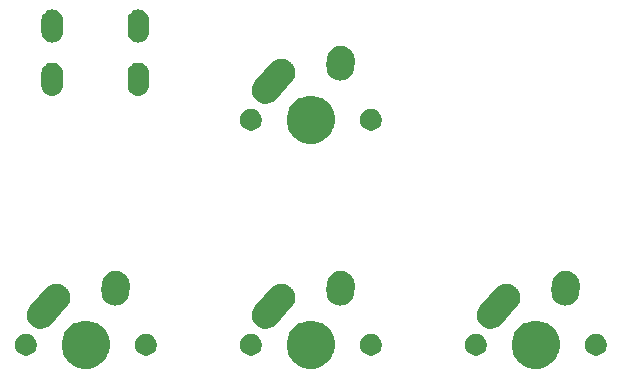
<source format=gbs>
G04 #@! TF.GenerationSoftware,KiCad,Pcbnew,(5.1.4)-1*
G04 #@! TF.CreationDate,2022-10-20T20:42:53-05:00*
G04 #@! TF.ProjectId,first-3k-keypad,66697273-742d-4336-9b2d-6b6579706164,rev?*
G04 #@! TF.SameCoordinates,Original*
G04 #@! TF.FileFunction,Soldermask,Bot*
G04 #@! TF.FilePolarity,Negative*
%FSLAX46Y46*%
G04 Gerber Fmt 4.6, Leading zero omitted, Abs format (unit mm)*
G04 Created by KiCad (PCBNEW (5.1.4)-1) date 2022-10-20 20:42:53*
%MOMM*%
%LPD*%
G04 APERTURE LIST*
%ADD10C,0.020000*%
G04 APERTURE END LIST*
D10*
G36*
X146646474Y-121858684D02*
G01*
X146864474Y-121948983D01*
X147018623Y-122012833D01*
X147353548Y-122236623D01*
X147638377Y-122521452D01*
X147862167Y-122856377D01*
X147894562Y-122934586D01*
X148016316Y-123228526D01*
X148094900Y-123623594D01*
X148094900Y-124026406D01*
X148016316Y-124421474D01*
X147965451Y-124544272D01*
X147862167Y-124793623D01*
X147638377Y-125128548D01*
X147353548Y-125413377D01*
X147018623Y-125637167D01*
X146864474Y-125701017D01*
X146646474Y-125791316D01*
X146251406Y-125869900D01*
X145848594Y-125869900D01*
X145453526Y-125791316D01*
X145235526Y-125701017D01*
X145081377Y-125637167D01*
X144746452Y-125413377D01*
X144461623Y-125128548D01*
X144237833Y-124793623D01*
X144134549Y-124544272D01*
X144083684Y-124421474D01*
X144005100Y-124026406D01*
X144005100Y-123623594D01*
X144083684Y-123228526D01*
X144205438Y-122934586D01*
X144237833Y-122856377D01*
X144461623Y-122521452D01*
X144746452Y-122236623D01*
X145081377Y-122012833D01*
X145235526Y-121948983D01*
X145453526Y-121858684D01*
X145848594Y-121780100D01*
X146251406Y-121780100D01*
X146646474Y-121858684D01*
X146646474Y-121858684D01*
G37*
G36*
X108546474Y-121858684D02*
G01*
X108764474Y-121948983D01*
X108918623Y-122012833D01*
X109253548Y-122236623D01*
X109538377Y-122521452D01*
X109762167Y-122856377D01*
X109794562Y-122934586D01*
X109916316Y-123228526D01*
X109994900Y-123623594D01*
X109994900Y-124026406D01*
X109916316Y-124421474D01*
X109865451Y-124544272D01*
X109762167Y-124793623D01*
X109538377Y-125128548D01*
X109253548Y-125413377D01*
X108918623Y-125637167D01*
X108764474Y-125701017D01*
X108546474Y-125791316D01*
X108151406Y-125869900D01*
X107748594Y-125869900D01*
X107353526Y-125791316D01*
X107135526Y-125701017D01*
X106981377Y-125637167D01*
X106646452Y-125413377D01*
X106361623Y-125128548D01*
X106137833Y-124793623D01*
X106034549Y-124544272D01*
X105983684Y-124421474D01*
X105905100Y-124026406D01*
X105905100Y-123623594D01*
X105983684Y-123228526D01*
X106105438Y-122934586D01*
X106137833Y-122856377D01*
X106361623Y-122521452D01*
X106646452Y-122236623D01*
X106981377Y-122012833D01*
X107135526Y-121948983D01*
X107353526Y-121858684D01*
X107748594Y-121780100D01*
X108151406Y-121780100D01*
X108546474Y-121858684D01*
X108546474Y-121858684D01*
G37*
G36*
X127596474Y-121858684D02*
G01*
X127814474Y-121948983D01*
X127968623Y-122012833D01*
X128303548Y-122236623D01*
X128588377Y-122521452D01*
X128812167Y-122856377D01*
X128844562Y-122934586D01*
X128966316Y-123228526D01*
X129044900Y-123623594D01*
X129044900Y-124026406D01*
X128966316Y-124421474D01*
X128915451Y-124544272D01*
X128812167Y-124793623D01*
X128588377Y-125128548D01*
X128303548Y-125413377D01*
X127968623Y-125637167D01*
X127814474Y-125701017D01*
X127596474Y-125791316D01*
X127201406Y-125869900D01*
X126798594Y-125869900D01*
X126403526Y-125791316D01*
X126185526Y-125701017D01*
X126031377Y-125637167D01*
X125696452Y-125413377D01*
X125411623Y-125128548D01*
X125187833Y-124793623D01*
X125084549Y-124544272D01*
X125033684Y-124421474D01*
X124955100Y-124026406D01*
X124955100Y-123623594D01*
X125033684Y-123228526D01*
X125155438Y-122934586D01*
X125187833Y-122856377D01*
X125411623Y-122521452D01*
X125696452Y-122236623D01*
X126031377Y-122012833D01*
X126185526Y-121948983D01*
X126403526Y-121858684D01*
X126798594Y-121780100D01*
X127201406Y-121780100D01*
X127596474Y-121858684D01*
X127596474Y-121858684D01*
G37*
G36*
X122190104Y-122934585D02*
G01*
X122358626Y-123004389D01*
X122510291Y-123105728D01*
X122639272Y-123234709D01*
X122740611Y-123386374D01*
X122810415Y-123554896D01*
X122846000Y-123733797D01*
X122846000Y-123916203D01*
X122810415Y-124095104D01*
X122740611Y-124263626D01*
X122639272Y-124415291D01*
X122510291Y-124544272D01*
X122358626Y-124645611D01*
X122190104Y-124715415D01*
X122011203Y-124751000D01*
X121828797Y-124751000D01*
X121649896Y-124715415D01*
X121481374Y-124645611D01*
X121329709Y-124544272D01*
X121200728Y-124415291D01*
X121099389Y-124263626D01*
X121029585Y-124095104D01*
X120994000Y-123916203D01*
X120994000Y-123733797D01*
X121029585Y-123554896D01*
X121099389Y-123386374D01*
X121200728Y-123234709D01*
X121329709Y-123105728D01*
X121481374Y-123004389D01*
X121649896Y-122934585D01*
X121828797Y-122899000D01*
X122011203Y-122899000D01*
X122190104Y-122934585D01*
X122190104Y-122934585D01*
G37*
G36*
X113300104Y-122934585D02*
G01*
X113468626Y-123004389D01*
X113620291Y-123105728D01*
X113749272Y-123234709D01*
X113850611Y-123386374D01*
X113920415Y-123554896D01*
X113956000Y-123733797D01*
X113956000Y-123916203D01*
X113920415Y-124095104D01*
X113850611Y-124263626D01*
X113749272Y-124415291D01*
X113620291Y-124544272D01*
X113468626Y-124645611D01*
X113300104Y-124715415D01*
X113121203Y-124751000D01*
X112938797Y-124751000D01*
X112759896Y-124715415D01*
X112591374Y-124645611D01*
X112439709Y-124544272D01*
X112310728Y-124415291D01*
X112209389Y-124263626D01*
X112139585Y-124095104D01*
X112104000Y-123916203D01*
X112104000Y-123733797D01*
X112139585Y-123554896D01*
X112209389Y-123386374D01*
X112310728Y-123234709D01*
X112439709Y-123105728D01*
X112591374Y-123004389D01*
X112759896Y-122934585D01*
X112938797Y-122899000D01*
X113121203Y-122899000D01*
X113300104Y-122934585D01*
X113300104Y-122934585D01*
G37*
G36*
X103140104Y-122934585D02*
G01*
X103308626Y-123004389D01*
X103460291Y-123105728D01*
X103589272Y-123234709D01*
X103690611Y-123386374D01*
X103760415Y-123554896D01*
X103796000Y-123733797D01*
X103796000Y-123916203D01*
X103760415Y-124095104D01*
X103690611Y-124263626D01*
X103589272Y-124415291D01*
X103460291Y-124544272D01*
X103308626Y-124645611D01*
X103140104Y-124715415D01*
X102961203Y-124751000D01*
X102778797Y-124751000D01*
X102599896Y-124715415D01*
X102431374Y-124645611D01*
X102279709Y-124544272D01*
X102150728Y-124415291D01*
X102049389Y-124263626D01*
X101979585Y-124095104D01*
X101944000Y-123916203D01*
X101944000Y-123733797D01*
X101979585Y-123554896D01*
X102049389Y-123386374D01*
X102150728Y-123234709D01*
X102279709Y-123105728D01*
X102431374Y-123004389D01*
X102599896Y-122934585D01*
X102778797Y-122899000D01*
X102961203Y-122899000D01*
X103140104Y-122934585D01*
X103140104Y-122934585D01*
G37*
G36*
X132350104Y-122934585D02*
G01*
X132518626Y-123004389D01*
X132670291Y-123105728D01*
X132799272Y-123234709D01*
X132900611Y-123386374D01*
X132970415Y-123554896D01*
X133006000Y-123733797D01*
X133006000Y-123916203D01*
X132970415Y-124095104D01*
X132900611Y-124263626D01*
X132799272Y-124415291D01*
X132670291Y-124544272D01*
X132518626Y-124645611D01*
X132350104Y-124715415D01*
X132171203Y-124751000D01*
X131988797Y-124751000D01*
X131809896Y-124715415D01*
X131641374Y-124645611D01*
X131489709Y-124544272D01*
X131360728Y-124415291D01*
X131259389Y-124263626D01*
X131189585Y-124095104D01*
X131154000Y-123916203D01*
X131154000Y-123733797D01*
X131189585Y-123554896D01*
X131259389Y-123386374D01*
X131360728Y-123234709D01*
X131489709Y-123105728D01*
X131641374Y-123004389D01*
X131809896Y-122934585D01*
X131988797Y-122899000D01*
X132171203Y-122899000D01*
X132350104Y-122934585D01*
X132350104Y-122934585D01*
G37*
G36*
X141240104Y-122934585D02*
G01*
X141408626Y-123004389D01*
X141560291Y-123105728D01*
X141689272Y-123234709D01*
X141790611Y-123386374D01*
X141860415Y-123554896D01*
X141896000Y-123733797D01*
X141896000Y-123916203D01*
X141860415Y-124095104D01*
X141790611Y-124263626D01*
X141689272Y-124415291D01*
X141560291Y-124544272D01*
X141408626Y-124645611D01*
X141240104Y-124715415D01*
X141061203Y-124751000D01*
X140878797Y-124751000D01*
X140699896Y-124715415D01*
X140531374Y-124645611D01*
X140379709Y-124544272D01*
X140250728Y-124415291D01*
X140149389Y-124263626D01*
X140079585Y-124095104D01*
X140044000Y-123916203D01*
X140044000Y-123733797D01*
X140079585Y-123554896D01*
X140149389Y-123386374D01*
X140250728Y-123234709D01*
X140379709Y-123105728D01*
X140531374Y-123004389D01*
X140699896Y-122934585D01*
X140878797Y-122899000D01*
X141061203Y-122899000D01*
X141240104Y-122934585D01*
X141240104Y-122934585D01*
G37*
G36*
X151400104Y-122934585D02*
G01*
X151568626Y-123004389D01*
X151720291Y-123105728D01*
X151849272Y-123234709D01*
X151950611Y-123386374D01*
X152020415Y-123554896D01*
X152056000Y-123733797D01*
X152056000Y-123916203D01*
X152020415Y-124095104D01*
X151950611Y-124263626D01*
X151849272Y-124415291D01*
X151720291Y-124544272D01*
X151568626Y-124645611D01*
X151400104Y-124715415D01*
X151221203Y-124751000D01*
X151038797Y-124751000D01*
X150859896Y-124715415D01*
X150691374Y-124645611D01*
X150539709Y-124544272D01*
X150410728Y-124415291D01*
X150309389Y-124263626D01*
X150239585Y-124095104D01*
X150204000Y-123916203D01*
X150204000Y-123733797D01*
X150239585Y-123554896D01*
X150309389Y-123386374D01*
X150410728Y-123234709D01*
X150539709Y-123105728D01*
X150691374Y-123004389D01*
X150859896Y-122934585D01*
X151038797Y-122899000D01*
X151221203Y-122899000D01*
X151400104Y-122934585D01*
X151400104Y-122934585D01*
G37*
G36*
X143573205Y-118648881D02*
G01*
X143578645Y-118649000D01*
X143665828Y-118649000D01*
X143682097Y-118652236D01*
X143700956Y-118654515D01*
X143717532Y-118655246D01*
X143802223Y-118676010D01*
X143807518Y-118677184D01*
X143893027Y-118694193D01*
X143908362Y-118700545D01*
X143926401Y-118706455D01*
X143942521Y-118710407D01*
X144021504Y-118747280D01*
X144026494Y-118749477D01*
X144107045Y-118782842D01*
X144120841Y-118792060D01*
X144137393Y-118801382D01*
X144152426Y-118808400D01*
X144222694Y-118859971D01*
X144227192Y-118863122D01*
X144299656Y-118911541D01*
X144311383Y-118923268D01*
X144325809Y-118935648D01*
X144339179Y-118945461D01*
X144339180Y-118945462D01*
X144398021Y-119009733D01*
X144401829Y-119013714D01*
X144463459Y-119075344D01*
X144472674Y-119089135D01*
X144484396Y-119104078D01*
X144495605Y-119116321D01*
X144540799Y-119190874D01*
X144543746Y-119195501D01*
X144592158Y-119267955D01*
X144598505Y-119283277D01*
X144607092Y-119300231D01*
X144615691Y-119314417D01*
X144645478Y-119396368D01*
X144647452Y-119401448D01*
X144680807Y-119481973D01*
X144680807Y-119481974D01*
X144684041Y-119498233D01*
X144689158Y-119516542D01*
X144694825Y-119532134D01*
X144708055Y-119618345D01*
X144709001Y-119623713D01*
X144726000Y-119709173D01*
X144726000Y-119725752D01*
X144727444Y-119744692D01*
X144729963Y-119761104D01*
X144726120Y-119848249D01*
X144726000Y-119853689D01*
X144726000Y-119940825D01*
X144722766Y-119957083D01*
X144720488Y-119975941D01*
X144719756Y-119992531D01*
X144698988Y-120077237D01*
X144697812Y-120082537D01*
X144680807Y-120168027D01*
X144674457Y-120183357D01*
X144668549Y-120201393D01*
X144664595Y-120217520D01*
X144627711Y-120296526D01*
X144625511Y-120301523D01*
X144592158Y-120382045D01*
X144582944Y-120395835D01*
X144573622Y-120412387D01*
X144566602Y-120427424D01*
X144515011Y-120497720D01*
X144511866Y-120502210D01*
X144463461Y-120574654D01*
X144406460Y-120631655D01*
X144401811Y-120636563D01*
X143970311Y-121117470D01*
X143076723Y-122113376D01*
X142948679Y-122230602D01*
X142849630Y-122290646D01*
X142750583Y-122350689D01*
X142532866Y-122429823D01*
X142303895Y-122464961D01*
X142072470Y-122454754D01*
X141847481Y-122399593D01*
X141742727Y-122350689D01*
X141637579Y-122301602D01*
X141540838Y-122230602D01*
X141450823Y-122164539D01*
X141376394Y-122083241D01*
X141294398Y-121993679D01*
X141212564Y-121858685D01*
X141174311Y-121795583D01*
X141095177Y-121577866D01*
X141060039Y-121348895D01*
X141070246Y-121117470D01*
X141125407Y-120892481D01*
X141176972Y-120782028D01*
X141223398Y-120682580D01*
X141223400Y-120682577D01*
X141326114Y-120542622D01*
X142081245Y-119701027D01*
X142612787Y-119108621D01*
X142623681Y-119094589D01*
X142636539Y-119075346D01*
X142693573Y-119018312D01*
X142698223Y-119013403D01*
X142713278Y-118996624D01*
X142734701Y-118977011D01*
X142738682Y-118973203D01*
X142800346Y-118911539D01*
X142814143Y-118902320D01*
X142829102Y-118890585D01*
X142841321Y-118879398D01*
X142873385Y-118859961D01*
X142915830Y-118834231D01*
X142920421Y-118831308D01*
X142992955Y-118782842D01*
X143008300Y-118776486D01*
X143025248Y-118767901D01*
X143039416Y-118759312D01*
X143039417Y-118759312D01*
X143039418Y-118759311D01*
X143121312Y-118729545D01*
X143126410Y-118727563D01*
X143206973Y-118694193D01*
X143223252Y-118690955D01*
X143241542Y-118685844D01*
X143257135Y-118680177D01*
X143343300Y-118666954D01*
X143348663Y-118666009D01*
X143434173Y-118649000D01*
X143450766Y-118649000D01*
X143469709Y-118647555D01*
X143486106Y-118645039D01*
X143573205Y-118648881D01*
X143573205Y-118648881D01*
G37*
G36*
X124523205Y-118648881D02*
G01*
X124528645Y-118649000D01*
X124615828Y-118649000D01*
X124632097Y-118652236D01*
X124650956Y-118654515D01*
X124667532Y-118655246D01*
X124752223Y-118676010D01*
X124757518Y-118677184D01*
X124843027Y-118694193D01*
X124858362Y-118700545D01*
X124876401Y-118706455D01*
X124892521Y-118710407D01*
X124971504Y-118747280D01*
X124976494Y-118749477D01*
X125057045Y-118782842D01*
X125070841Y-118792060D01*
X125087393Y-118801382D01*
X125102426Y-118808400D01*
X125172694Y-118859971D01*
X125177192Y-118863122D01*
X125249656Y-118911541D01*
X125261383Y-118923268D01*
X125275809Y-118935648D01*
X125289179Y-118945461D01*
X125289180Y-118945462D01*
X125348021Y-119009733D01*
X125351829Y-119013714D01*
X125413459Y-119075344D01*
X125422674Y-119089135D01*
X125434396Y-119104078D01*
X125445605Y-119116321D01*
X125490799Y-119190874D01*
X125493746Y-119195501D01*
X125542158Y-119267955D01*
X125548505Y-119283277D01*
X125557092Y-119300231D01*
X125565691Y-119314417D01*
X125595478Y-119396368D01*
X125597452Y-119401448D01*
X125630807Y-119481973D01*
X125630807Y-119481974D01*
X125634041Y-119498233D01*
X125639158Y-119516542D01*
X125644825Y-119532134D01*
X125658055Y-119618345D01*
X125659001Y-119623713D01*
X125676000Y-119709173D01*
X125676000Y-119725752D01*
X125677444Y-119744692D01*
X125679963Y-119761104D01*
X125676120Y-119848249D01*
X125676000Y-119853689D01*
X125676000Y-119940825D01*
X125672766Y-119957083D01*
X125670488Y-119975941D01*
X125669756Y-119992531D01*
X125648988Y-120077237D01*
X125647812Y-120082537D01*
X125630807Y-120168027D01*
X125624457Y-120183357D01*
X125618549Y-120201393D01*
X125614595Y-120217520D01*
X125577711Y-120296526D01*
X125575511Y-120301523D01*
X125542158Y-120382045D01*
X125532944Y-120395835D01*
X125523622Y-120412387D01*
X125516602Y-120427424D01*
X125465011Y-120497720D01*
X125461866Y-120502210D01*
X125413461Y-120574654D01*
X125356460Y-120631655D01*
X125351811Y-120636563D01*
X124920311Y-121117470D01*
X124026723Y-122113376D01*
X123898679Y-122230602D01*
X123799630Y-122290646D01*
X123700583Y-122350689D01*
X123482866Y-122429823D01*
X123253895Y-122464961D01*
X123022470Y-122454754D01*
X122797481Y-122399593D01*
X122692727Y-122350689D01*
X122587579Y-122301602D01*
X122490838Y-122230602D01*
X122400823Y-122164539D01*
X122326394Y-122083241D01*
X122244398Y-121993679D01*
X122162564Y-121858685D01*
X122124311Y-121795583D01*
X122045177Y-121577866D01*
X122010039Y-121348895D01*
X122020246Y-121117470D01*
X122075407Y-120892481D01*
X122126972Y-120782028D01*
X122173398Y-120682580D01*
X122173400Y-120682577D01*
X122276114Y-120542622D01*
X123031245Y-119701027D01*
X123562787Y-119108621D01*
X123573681Y-119094589D01*
X123586539Y-119075346D01*
X123643573Y-119018312D01*
X123648223Y-119013403D01*
X123663278Y-118996624D01*
X123684701Y-118977011D01*
X123688682Y-118973203D01*
X123750346Y-118911539D01*
X123764143Y-118902320D01*
X123779102Y-118890585D01*
X123791321Y-118879398D01*
X123823385Y-118859961D01*
X123865830Y-118834231D01*
X123870421Y-118831308D01*
X123942955Y-118782842D01*
X123958300Y-118776486D01*
X123975248Y-118767901D01*
X123989416Y-118759312D01*
X123989417Y-118759312D01*
X123989418Y-118759311D01*
X124071312Y-118729545D01*
X124076410Y-118727563D01*
X124156973Y-118694193D01*
X124173252Y-118690955D01*
X124191542Y-118685844D01*
X124207135Y-118680177D01*
X124293300Y-118666954D01*
X124298663Y-118666009D01*
X124384173Y-118649000D01*
X124400766Y-118649000D01*
X124419709Y-118647555D01*
X124436106Y-118645039D01*
X124523205Y-118648881D01*
X124523205Y-118648881D01*
G37*
G36*
X105473205Y-118648881D02*
G01*
X105478645Y-118649000D01*
X105565828Y-118649000D01*
X105582097Y-118652236D01*
X105600956Y-118654515D01*
X105617532Y-118655246D01*
X105702223Y-118676010D01*
X105707518Y-118677184D01*
X105793027Y-118694193D01*
X105808362Y-118700545D01*
X105826401Y-118706455D01*
X105842521Y-118710407D01*
X105921504Y-118747280D01*
X105926494Y-118749477D01*
X106007045Y-118782842D01*
X106020841Y-118792060D01*
X106037393Y-118801382D01*
X106052426Y-118808400D01*
X106122694Y-118859971D01*
X106127192Y-118863122D01*
X106199656Y-118911541D01*
X106211383Y-118923268D01*
X106225809Y-118935648D01*
X106239179Y-118945461D01*
X106239180Y-118945462D01*
X106298021Y-119009733D01*
X106301829Y-119013714D01*
X106363459Y-119075344D01*
X106372674Y-119089135D01*
X106384396Y-119104078D01*
X106395605Y-119116321D01*
X106440799Y-119190874D01*
X106443746Y-119195501D01*
X106492158Y-119267955D01*
X106498505Y-119283277D01*
X106507092Y-119300231D01*
X106515691Y-119314417D01*
X106545478Y-119396368D01*
X106547452Y-119401448D01*
X106580807Y-119481973D01*
X106580807Y-119481974D01*
X106584041Y-119498233D01*
X106589158Y-119516542D01*
X106594825Y-119532134D01*
X106608055Y-119618345D01*
X106609001Y-119623713D01*
X106626000Y-119709173D01*
X106626000Y-119725752D01*
X106627444Y-119744692D01*
X106629963Y-119761104D01*
X106626120Y-119848249D01*
X106626000Y-119853689D01*
X106626000Y-119940825D01*
X106622766Y-119957083D01*
X106620488Y-119975941D01*
X106619756Y-119992531D01*
X106598988Y-120077237D01*
X106597812Y-120082537D01*
X106580807Y-120168027D01*
X106574457Y-120183357D01*
X106568549Y-120201393D01*
X106564595Y-120217520D01*
X106527711Y-120296526D01*
X106525511Y-120301523D01*
X106492158Y-120382045D01*
X106482944Y-120395835D01*
X106473622Y-120412387D01*
X106466602Y-120427424D01*
X106415011Y-120497720D01*
X106411866Y-120502210D01*
X106363461Y-120574654D01*
X106306460Y-120631655D01*
X106301811Y-120636563D01*
X105870311Y-121117470D01*
X104976723Y-122113376D01*
X104848679Y-122230602D01*
X104749630Y-122290646D01*
X104650583Y-122350689D01*
X104432866Y-122429823D01*
X104203895Y-122464961D01*
X103972470Y-122454754D01*
X103747481Y-122399593D01*
X103642727Y-122350689D01*
X103537579Y-122301602D01*
X103440838Y-122230602D01*
X103350823Y-122164539D01*
X103276394Y-122083241D01*
X103194398Y-121993679D01*
X103112564Y-121858685D01*
X103074311Y-121795583D01*
X102995177Y-121577866D01*
X102960039Y-121348895D01*
X102970246Y-121117470D01*
X103025407Y-120892481D01*
X103076972Y-120782028D01*
X103123398Y-120682580D01*
X103123400Y-120682577D01*
X103226114Y-120542622D01*
X103981245Y-119701027D01*
X104512787Y-119108621D01*
X104523681Y-119094589D01*
X104536539Y-119075346D01*
X104593573Y-119018312D01*
X104598223Y-119013403D01*
X104613278Y-118996624D01*
X104634701Y-118977011D01*
X104638682Y-118973203D01*
X104700346Y-118911539D01*
X104714143Y-118902320D01*
X104729102Y-118890585D01*
X104741321Y-118879398D01*
X104773385Y-118859961D01*
X104815830Y-118834231D01*
X104820421Y-118831308D01*
X104892955Y-118782842D01*
X104908300Y-118776486D01*
X104925248Y-118767901D01*
X104939416Y-118759312D01*
X104939417Y-118759312D01*
X104939418Y-118759311D01*
X105021312Y-118729545D01*
X105026410Y-118727563D01*
X105106973Y-118694193D01*
X105123252Y-118690955D01*
X105141542Y-118685844D01*
X105157135Y-118680177D01*
X105243300Y-118666954D01*
X105248663Y-118666009D01*
X105334173Y-118649000D01*
X105350766Y-118649000D01*
X105369709Y-118647555D01*
X105386106Y-118645039D01*
X105473205Y-118648881D01*
X105473205Y-118648881D01*
G37*
G36*
X110578127Y-117567261D02*
G01*
X110598900Y-117569000D01*
X110605827Y-117569000D01*
X110700754Y-117587882D01*
X110704348Y-117588542D01*
X110799730Y-117604624D01*
X110806203Y-117607085D01*
X110826228Y-117612841D01*
X110833027Y-117614193D01*
X110895414Y-117640034D01*
X110922443Y-117651230D01*
X110925844Y-117652581D01*
X111016255Y-117686961D01*
X111022127Y-117690640D01*
X111040636Y-117700187D01*
X111047045Y-117702842D01*
X111127563Y-117756642D01*
X111130554Y-117758578D01*
X111212557Y-117809959D01*
X111217584Y-117814700D01*
X111233896Y-117827691D01*
X111239652Y-117831537D01*
X111308110Y-117899995D01*
X111310689Y-117902499D01*
X111381090Y-117968889D01*
X111385095Y-117974519D01*
X111398559Y-117990444D01*
X111403459Y-117995344D01*
X111457244Y-118075839D01*
X111459291Y-118078807D01*
X111515380Y-118157645D01*
X111518214Y-118163958D01*
X111528308Y-118182193D01*
X111532158Y-118187955D01*
X111569220Y-118277430D01*
X111570624Y-118280685D01*
X111610265Y-118368973D01*
X111611815Y-118375725D01*
X111618152Y-118395562D01*
X111620807Y-118401973D01*
X111639692Y-118496917D01*
X111640438Y-118500401D01*
X111662098Y-118594751D01*
X111662098Y-118594754D01*
X111662300Y-118601654D01*
X111664647Y-118622370D01*
X111666000Y-118629174D01*
X111666000Y-118725986D01*
X111666053Y-118729584D01*
X111667188Y-118768277D01*
X111666295Y-118781225D01*
X111666000Y-118789797D01*
X111666000Y-118860826D01*
X111660081Y-118890585D01*
X111659604Y-118892979D01*
X111657500Y-118908750D01*
X111619238Y-119463545D01*
X111590376Y-119634730D01*
X111508038Y-119851255D01*
X111385041Y-120047557D01*
X111226111Y-120216090D01*
X111037355Y-120350380D01*
X110826027Y-120445265D01*
X110600249Y-120497098D01*
X110368698Y-120503889D01*
X110368697Y-120503889D01*
X110323012Y-120496186D01*
X110140270Y-120465376D01*
X109923745Y-120383038D01*
X109727443Y-120260041D01*
X109558910Y-120101111D01*
X109424620Y-119912355D01*
X109329735Y-119701027D01*
X109277902Y-119475249D01*
X109272812Y-119301723D01*
X109313704Y-118708794D01*
X109314000Y-118700196D01*
X109314000Y-118629175D01*
X109332882Y-118534250D01*
X109333544Y-118530645D01*
X109339231Y-118496917D01*
X109349624Y-118435270D01*
X109352085Y-118428799D01*
X109357842Y-118408767D01*
X109359193Y-118401974D01*
X109361843Y-118395576D01*
X109396264Y-118312476D01*
X109397553Y-118309230D01*
X109431962Y-118218745D01*
X109435636Y-118212881D01*
X109445187Y-118194365D01*
X109447842Y-118187955D01*
X109501657Y-118107415D01*
X109503577Y-118104449D01*
X109554959Y-118022443D01*
X109559711Y-118017404D01*
X109572689Y-118001107D01*
X109576537Y-117995348D01*
X109644993Y-117926892D01*
X109647546Y-117924262D01*
X109668023Y-117902548D01*
X109713889Y-117853910D01*
X109719521Y-117849903D01*
X109735447Y-117836438D01*
X109740346Y-117831539D01*
X109820824Y-117777766D01*
X109823806Y-117775710D01*
X109902645Y-117719620D01*
X109908955Y-117716787D01*
X109927194Y-117706691D01*
X109932951Y-117702844D01*
X109932954Y-117702843D01*
X109932955Y-117702842D01*
X110022429Y-117665781D01*
X110025687Y-117664375D01*
X110113973Y-117624735D01*
X110120725Y-117623185D01*
X110140562Y-117616848D01*
X110146973Y-117614193D01*
X110241899Y-117595311D01*
X110245446Y-117594551D01*
X110339751Y-117572901D01*
X110342130Y-117572831D01*
X110346665Y-117572698D01*
X110367381Y-117570351D01*
X110374174Y-117569000D01*
X110470959Y-117569000D01*
X110474584Y-117568947D01*
X110571302Y-117566110D01*
X110578127Y-117567261D01*
X110578127Y-117567261D01*
G37*
G36*
X148678127Y-117567261D02*
G01*
X148698900Y-117569000D01*
X148705827Y-117569000D01*
X148800754Y-117587882D01*
X148804348Y-117588542D01*
X148899730Y-117604624D01*
X148906203Y-117607085D01*
X148926228Y-117612841D01*
X148933027Y-117614193D01*
X148995414Y-117640034D01*
X149022443Y-117651230D01*
X149025844Y-117652581D01*
X149116255Y-117686961D01*
X149122127Y-117690640D01*
X149140636Y-117700187D01*
X149147045Y-117702842D01*
X149227563Y-117756642D01*
X149230554Y-117758578D01*
X149312557Y-117809959D01*
X149317584Y-117814700D01*
X149333896Y-117827691D01*
X149339652Y-117831537D01*
X149408110Y-117899995D01*
X149410689Y-117902499D01*
X149481090Y-117968889D01*
X149485095Y-117974519D01*
X149498559Y-117990444D01*
X149503459Y-117995344D01*
X149557244Y-118075839D01*
X149559291Y-118078807D01*
X149615380Y-118157645D01*
X149618214Y-118163958D01*
X149628308Y-118182193D01*
X149632158Y-118187955D01*
X149669220Y-118277430D01*
X149670624Y-118280685D01*
X149710265Y-118368973D01*
X149711815Y-118375725D01*
X149718152Y-118395562D01*
X149720807Y-118401973D01*
X149739692Y-118496917D01*
X149740438Y-118500401D01*
X149762098Y-118594751D01*
X149762098Y-118594754D01*
X149762300Y-118601654D01*
X149764647Y-118622370D01*
X149766000Y-118629174D01*
X149766000Y-118725986D01*
X149766053Y-118729584D01*
X149767188Y-118768277D01*
X149766295Y-118781225D01*
X149766000Y-118789797D01*
X149766000Y-118860826D01*
X149760081Y-118890585D01*
X149759604Y-118892979D01*
X149757500Y-118908750D01*
X149719238Y-119463545D01*
X149690376Y-119634730D01*
X149608038Y-119851255D01*
X149485041Y-120047557D01*
X149326111Y-120216090D01*
X149137355Y-120350380D01*
X148926027Y-120445265D01*
X148700249Y-120497098D01*
X148468698Y-120503889D01*
X148468697Y-120503889D01*
X148423012Y-120496186D01*
X148240270Y-120465376D01*
X148023745Y-120383038D01*
X147827443Y-120260041D01*
X147658910Y-120101111D01*
X147524620Y-119912355D01*
X147429735Y-119701027D01*
X147377902Y-119475249D01*
X147372812Y-119301723D01*
X147413704Y-118708794D01*
X147414000Y-118700196D01*
X147414000Y-118629175D01*
X147432882Y-118534250D01*
X147433544Y-118530645D01*
X147439231Y-118496917D01*
X147449624Y-118435270D01*
X147452085Y-118428799D01*
X147457842Y-118408767D01*
X147459193Y-118401974D01*
X147461843Y-118395576D01*
X147496264Y-118312476D01*
X147497553Y-118309230D01*
X147531962Y-118218745D01*
X147535636Y-118212881D01*
X147545187Y-118194365D01*
X147547842Y-118187955D01*
X147601657Y-118107415D01*
X147603577Y-118104449D01*
X147654959Y-118022443D01*
X147659711Y-118017404D01*
X147672689Y-118001107D01*
X147676537Y-117995348D01*
X147744993Y-117926892D01*
X147747546Y-117924262D01*
X147768023Y-117902548D01*
X147813889Y-117853910D01*
X147819521Y-117849903D01*
X147835447Y-117836438D01*
X147840346Y-117831539D01*
X147920824Y-117777766D01*
X147923806Y-117775710D01*
X148002645Y-117719620D01*
X148008955Y-117716787D01*
X148027194Y-117706691D01*
X148032951Y-117702844D01*
X148032954Y-117702843D01*
X148032955Y-117702842D01*
X148122429Y-117665781D01*
X148125687Y-117664375D01*
X148213973Y-117624735D01*
X148220725Y-117623185D01*
X148240562Y-117616848D01*
X148246973Y-117614193D01*
X148341899Y-117595311D01*
X148345446Y-117594551D01*
X148439751Y-117572901D01*
X148442130Y-117572831D01*
X148446665Y-117572698D01*
X148467381Y-117570351D01*
X148474174Y-117569000D01*
X148570959Y-117569000D01*
X148574584Y-117568947D01*
X148671302Y-117566110D01*
X148678127Y-117567261D01*
X148678127Y-117567261D01*
G37*
G36*
X129628127Y-117567261D02*
G01*
X129648900Y-117569000D01*
X129655827Y-117569000D01*
X129750754Y-117587882D01*
X129754348Y-117588542D01*
X129849730Y-117604624D01*
X129856203Y-117607085D01*
X129876228Y-117612841D01*
X129883027Y-117614193D01*
X129945414Y-117640034D01*
X129972443Y-117651230D01*
X129975844Y-117652581D01*
X130066255Y-117686961D01*
X130072127Y-117690640D01*
X130090636Y-117700187D01*
X130097045Y-117702842D01*
X130177563Y-117756642D01*
X130180554Y-117758578D01*
X130262557Y-117809959D01*
X130267584Y-117814700D01*
X130283896Y-117827691D01*
X130289652Y-117831537D01*
X130358110Y-117899995D01*
X130360689Y-117902499D01*
X130431090Y-117968889D01*
X130435095Y-117974519D01*
X130448559Y-117990444D01*
X130453459Y-117995344D01*
X130507244Y-118075839D01*
X130509291Y-118078807D01*
X130565380Y-118157645D01*
X130568214Y-118163958D01*
X130578308Y-118182193D01*
X130582158Y-118187955D01*
X130619220Y-118277430D01*
X130620624Y-118280685D01*
X130660265Y-118368973D01*
X130661815Y-118375725D01*
X130668152Y-118395562D01*
X130670807Y-118401973D01*
X130689692Y-118496917D01*
X130690438Y-118500401D01*
X130712098Y-118594751D01*
X130712098Y-118594754D01*
X130712300Y-118601654D01*
X130714647Y-118622370D01*
X130716000Y-118629174D01*
X130716000Y-118725986D01*
X130716053Y-118729584D01*
X130717188Y-118768277D01*
X130716295Y-118781225D01*
X130716000Y-118789797D01*
X130716000Y-118860826D01*
X130710081Y-118890585D01*
X130709604Y-118892979D01*
X130707500Y-118908750D01*
X130669238Y-119463545D01*
X130640376Y-119634730D01*
X130558038Y-119851255D01*
X130435041Y-120047557D01*
X130276111Y-120216090D01*
X130087355Y-120350380D01*
X129876027Y-120445265D01*
X129650249Y-120497098D01*
X129418698Y-120503889D01*
X129418697Y-120503889D01*
X129373012Y-120496186D01*
X129190270Y-120465376D01*
X128973745Y-120383038D01*
X128777443Y-120260041D01*
X128608910Y-120101111D01*
X128474620Y-119912355D01*
X128379735Y-119701027D01*
X128327902Y-119475249D01*
X128322812Y-119301723D01*
X128363704Y-118708794D01*
X128364000Y-118700196D01*
X128364000Y-118629175D01*
X128382882Y-118534250D01*
X128383544Y-118530645D01*
X128389231Y-118496917D01*
X128399624Y-118435270D01*
X128402085Y-118428799D01*
X128407842Y-118408767D01*
X128409193Y-118401974D01*
X128411843Y-118395576D01*
X128446264Y-118312476D01*
X128447553Y-118309230D01*
X128481962Y-118218745D01*
X128485636Y-118212881D01*
X128495187Y-118194365D01*
X128497842Y-118187955D01*
X128551657Y-118107415D01*
X128553577Y-118104449D01*
X128604959Y-118022443D01*
X128609711Y-118017404D01*
X128622689Y-118001107D01*
X128626537Y-117995348D01*
X128694993Y-117926892D01*
X128697546Y-117924262D01*
X128718023Y-117902548D01*
X128763889Y-117853910D01*
X128769521Y-117849903D01*
X128785447Y-117836438D01*
X128790346Y-117831539D01*
X128870824Y-117777766D01*
X128873806Y-117775710D01*
X128952645Y-117719620D01*
X128958955Y-117716787D01*
X128977194Y-117706691D01*
X128982951Y-117702844D01*
X128982954Y-117702843D01*
X128982955Y-117702842D01*
X129072429Y-117665781D01*
X129075687Y-117664375D01*
X129163973Y-117624735D01*
X129170725Y-117623185D01*
X129190562Y-117616848D01*
X129196973Y-117614193D01*
X129291899Y-117595311D01*
X129295446Y-117594551D01*
X129389751Y-117572901D01*
X129392130Y-117572831D01*
X129396665Y-117572698D01*
X129417381Y-117570351D01*
X129424174Y-117569000D01*
X129520959Y-117569000D01*
X129524584Y-117568947D01*
X129621302Y-117566110D01*
X129628127Y-117567261D01*
X129628127Y-117567261D01*
G37*
G36*
X127596474Y-102808684D02*
G01*
X127814474Y-102898983D01*
X127968623Y-102962833D01*
X128303548Y-103186623D01*
X128588377Y-103471452D01*
X128812167Y-103806377D01*
X128844562Y-103884586D01*
X128966316Y-104178526D01*
X129044900Y-104573594D01*
X129044900Y-104976406D01*
X128966316Y-105371474D01*
X128915451Y-105494272D01*
X128812167Y-105743623D01*
X128588377Y-106078548D01*
X128303548Y-106363377D01*
X127968623Y-106587167D01*
X127814474Y-106651017D01*
X127596474Y-106741316D01*
X127201406Y-106819900D01*
X126798594Y-106819900D01*
X126403526Y-106741316D01*
X126185526Y-106651017D01*
X126031377Y-106587167D01*
X125696452Y-106363377D01*
X125411623Y-106078548D01*
X125187833Y-105743623D01*
X125084549Y-105494272D01*
X125033684Y-105371474D01*
X124955100Y-104976406D01*
X124955100Y-104573594D01*
X125033684Y-104178526D01*
X125155438Y-103884586D01*
X125187833Y-103806377D01*
X125411623Y-103471452D01*
X125696452Y-103186623D01*
X126031377Y-102962833D01*
X126185526Y-102898983D01*
X126403526Y-102808684D01*
X126798594Y-102730100D01*
X127201406Y-102730100D01*
X127596474Y-102808684D01*
X127596474Y-102808684D01*
G37*
G36*
X132350104Y-103884585D02*
G01*
X132518626Y-103954389D01*
X132670291Y-104055728D01*
X132799272Y-104184709D01*
X132900611Y-104336374D01*
X132970415Y-104504896D01*
X133006000Y-104683797D01*
X133006000Y-104866203D01*
X132970415Y-105045104D01*
X132900611Y-105213626D01*
X132799272Y-105365291D01*
X132670291Y-105494272D01*
X132518626Y-105595611D01*
X132350104Y-105665415D01*
X132171203Y-105701000D01*
X131988797Y-105701000D01*
X131809896Y-105665415D01*
X131641374Y-105595611D01*
X131489709Y-105494272D01*
X131360728Y-105365291D01*
X131259389Y-105213626D01*
X131189585Y-105045104D01*
X131154000Y-104866203D01*
X131154000Y-104683797D01*
X131189585Y-104504896D01*
X131259389Y-104336374D01*
X131360728Y-104184709D01*
X131489709Y-104055728D01*
X131641374Y-103954389D01*
X131809896Y-103884585D01*
X131988797Y-103849000D01*
X132171203Y-103849000D01*
X132350104Y-103884585D01*
X132350104Y-103884585D01*
G37*
G36*
X122190104Y-103884585D02*
G01*
X122358626Y-103954389D01*
X122510291Y-104055728D01*
X122639272Y-104184709D01*
X122740611Y-104336374D01*
X122810415Y-104504896D01*
X122846000Y-104683797D01*
X122846000Y-104866203D01*
X122810415Y-105045104D01*
X122740611Y-105213626D01*
X122639272Y-105365291D01*
X122510291Y-105494272D01*
X122358626Y-105595611D01*
X122190104Y-105665415D01*
X122011203Y-105701000D01*
X121828797Y-105701000D01*
X121649896Y-105665415D01*
X121481374Y-105595611D01*
X121329709Y-105494272D01*
X121200728Y-105365291D01*
X121099389Y-105213626D01*
X121029585Y-105045104D01*
X120994000Y-104866203D01*
X120994000Y-104683797D01*
X121029585Y-104504896D01*
X121099389Y-104336374D01*
X121200728Y-104184709D01*
X121329709Y-104055728D01*
X121481374Y-103954389D01*
X121649896Y-103884585D01*
X121828797Y-103849000D01*
X122011203Y-103849000D01*
X122190104Y-103884585D01*
X122190104Y-103884585D01*
G37*
G36*
X124523205Y-99598881D02*
G01*
X124528645Y-99599000D01*
X124615828Y-99599000D01*
X124632097Y-99602236D01*
X124650956Y-99604515D01*
X124667532Y-99605246D01*
X124752223Y-99626010D01*
X124757518Y-99627184D01*
X124843027Y-99644193D01*
X124858362Y-99650545D01*
X124876401Y-99656455D01*
X124892521Y-99660407D01*
X124971504Y-99697280D01*
X124976494Y-99699477D01*
X125057045Y-99732842D01*
X125070841Y-99742060D01*
X125087393Y-99751382D01*
X125102426Y-99758400D01*
X125172694Y-99809971D01*
X125177192Y-99813122D01*
X125249656Y-99861541D01*
X125261383Y-99873268D01*
X125275809Y-99885648D01*
X125289179Y-99895461D01*
X125338687Y-99949537D01*
X125348021Y-99959733D01*
X125351829Y-99963714D01*
X125413459Y-100025344D01*
X125422674Y-100039135D01*
X125434396Y-100054078D01*
X125445605Y-100066321D01*
X125490799Y-100140874D01*
X125493746Y-100145501D01*
X125542158Y-100217955D01*
X125548505Y-100233277D01*
X125557092Y-100250231D01*
X125565691Y-100264417D01*
X125595478Y-100346368D01*
X125597452Y-100351448D01*
X125630807Y-100431973D01*
X125630807Y-100431974D01*
X125634041Y-100448233D01*
X125639158Y-100466542D01*
X125644825Y-100482134D01*
X125658055Y-100568345D01*
X125659001Y-100573713D01*
X125676000Y-100659173D01*
X125676000Y-100675752D01*
X125677444Y-100694692D01*
X125679963Y-100711104D01*
X125676120Y-100798249D01*
X125676000Y-100803689D01*
X125676000Y-100890825D01*
X125672766Y-100907083D01*
X125670488Y-100925941D01*
X125669756Y-100942531D01*
X125648988Y-101027237D01*
X125647812Y-101032537D01*
X125630807Y-101118027D01*
X125624457Y-101133357D01*
X125618549Y-101151393D01*
X125614595Y-101167520D01*
X125577711Y-101246526D01*
X125575511Y-101251523D01*
X125542158Y-101332045D01*
X125532944Y-101345835D01*
X125523622Y-101362387D01*
X125516602Y-101377424D01*
X125465011Y-101447720D01*
X125461866Y-101452210D01*
X125413461Y-101524654D01*
X125356460Y-101581655D01*
X125351811Y-101586563D01*
X124968177Y-102014124D01*
X124026723Y-103063376D01*
X123898679Y-103180602D01*
X123799630Y-103240646D01*
X123700583Y-103300689D01*
X123482866Y-103379823D01*
X123253895Y-103414961D01*
X123022470Y-103404754D01*
X122797481Y-103349593D01*
X122692727Y-103300689D01*
X122587579Y-103251602D01*
X122490838Y-103180602D01*
X122400823Y-103114539D01*
X122326394Y-103033241D01*
X122244398Y-102943679D01*
X122162564Y-102808685D01*
X122124311Y-102745583D01*
X122045177Y-102527866D01*
X122010039Y-102298895D01*
X122020246Y-102067470D01*
X122075407Y-101842481D01*
X122126972Y-101732028D01*
X122173398Y-101632580D01*
X122173400Y-101632577D01*
X122276114Y-101492622D01*
X123022409Y-100660875D01*
X123562787Y-100058621D01*
X123573681Y-100044589D01*
X123586539Y-100025346D01*
X123643573Y-99968312D01*
X123648223Y-99963403D01*
X123663278Y-99946624D01*
X123684701Y-99927011D01*
X123688682Y-99923203D01*
X123750346Y-99861539D01*
X123764143Y-99852320D01*
X123779102Y-99840585D01*
X123791321Y-99829398D01*
X123823385Y-99809961D01*
X123865830Y-99784231D01*
X123870421Y-99781308D01*
X123942955Y-99732842D01*
X123958300Y-99726486D01*
X123975248Y-99717901D01*
X123989416Y-99709312D01*
X123989417Y-99709312D01*
X123989418Y-99709311D01*
X124071312Y-99679545D01*
X124076410Y-99677563D01*
X124156973Y-99644193D01*
X124173252Y-99640955D01*
X124191542Y-99635844D01*
X124207135Y-99630177D01*
X124293300Y-99616954D01*
X124298663Y-99616009D01*
X124384173Y-99599000D01*
X124400766Y-99599000D01*
X124419709Y-99597555D01*
X124436106Y-99595039D01*
X124523205Y-99598881D01*
X124523205Y-99598881D01*
G37*
G36*
X105270377Y-99949537D02*
G01*
X105440216Y-100001057D01*
X105596741Y-100084722D01*
X105632479Y-100114052D01*
X105733936Y-100197314D01*
X105789004Y-100264416D01*
X105846528Y-100334509D01*
X105930193Y-100491034D01*
X105981713Y-100660873D01*
X105981713Y-100660875D01*
X105994750Y-100793240D01*
X105994750Y-101881760D01*
X105988232Y-101947942D01*
X105981713Y-102014127D01*
X105930193Y-102183966D01*
X105846528Y-102340491D01*
X105817198Y-102376229D01*
X105733936Y-102477686D01*
X105596739Y-102590279D01*
X105440217Y-102673942D01*
X105440215Y-102673943D01*
X105270376Y-102725463D01*
X105093750Y-102742859D01*
X104917123Y-102725463D01*
X104747284Y-102673943D01*
X104590759Y-102590278D01*
X104514716Y-102527871D01*
X104453564Y-102477686D01*
X104340971Y-102340489D01*
X104257308Y-102183967D01*
X104257307Y-102183965D01*
X104205787Y-102014126D01*
X104192750Y-101881757D01*
X104192751Y-100793242D01*
X104205788Y-100660873D01*
X104257308Y-100491034D01*
X104340973Y-100334509D01*
X104398497Y-100264416D01*
X104453565Y-100197314D01*
X104555022Y-100114052D01*
X104590760Y-100084722D01*
X104747285Y-100001057D01*
X104917124Y-99949537D01*
X105093750Y-99932141D01*
X105270377Y-99949537D01*
X105270377Y-99949537D01*
G37*
G36*
X112570377Y-99949537D02*
G01*
X112740216Y-100001057D01*
X112896741Y-100084722D01*
X112932479Y-100114052D01*
X113033936Y-100197314D01*
X113089004Y-100264416D01*
X113146528Y-100334509D01*
X113230193Y-100491034D01*
X113281713Y-100660873D01*
X113281713Y-100660875D01*
X113294750Y-100793240D01*
X113294750Y-101881760D01*
X113288232Y-101947942D01*
X113281713Y-102014127D01*
X113230193Y-102183966D01*
X113146528Y-102340491D01*
X113117198Y-102376229D01*
X113033936Y-102477686D01*
X112896739Y-102590279D01*
X112740217Y-102673942D01*
X112740215Y-102673943D01*
X112570376Y-102725463D01*
X112393750Y-102742859D01*
X112217123Y-102725463D01*
X112047284Y-102673943D01*
X111890759Y-102590278D01*
X111814716Y-102527871D01*
X111753564Y-102477686D01*
X111640971Y-102340489D01*
X111557308Y-102183967D01*
X111557307Y-102183965D01*
X111505787Y-102014126D01*
X111492750Y-101881757D01*
X111492751Y-100793242D01*
X111505788Y-100660873D01*
X111557308Y-100491034D01*
X111640973Y-100334509D01*
X111698497Y-100264416D01*
X111753565Y-100197314D01*
X111855022Y-100114052D01*
X111890760Y-100084722D01*
X112047285Y-100001057D01*
X112217124Y-99949537D01*
X112393750Y-99932141D01*
X112570377Y-99949537D01*
X112570377Y-99949537D01*
G37*
G36*
X129628127Y-98517261D02*
G01*
X129648900Y-98519000D01*
X129655827Y-98519000D01*
X129750754Y-98537882D01*
X129754348Y-98538542D01*
X129849730Y-98554624D01*
X129856203Y-98557085D01*
X129876228Y-98562841D01*
X129883027Y-98564193D01*
X129945414Y-98590034D01*
X129972443Y-98601230D01*
X129975844Y-98602581D01*
X130066255Y-98636961D01*
X130072127Y-98640640D01*
X130090636Y-98650187D01*
X130097045Y-98652842D01*
X130177563Y-98706642D01*
X130180554Y-98708578D01*
X130262557Y-98759959D01*
X130267584Y-98764700D01*
X130283896Y-98777691D01*
X130289652Y-98781537D01*
X130358110Y-98849995D01*
X130360689Y-98852499D01*
X130431090Y-98918889D01*
X130435095Y-98924519D01*
X130448559Y-98940444D01*
X130453459Y-98945344D01*
X130507244Y-99025839D01*
X130509291Y-99028807D01*
X130565380Y-99107645D01*
X130568214Y-99113958D01*
X130578308Y-99132193D01*
X130582158Y-99137955D01*
X130619220Y-99227430D01*
X130620624Y-99230685D01*
X130660265Y-99318973D01*
X130661815Y-99325725D01*
X130668152Y-99345562D01*
X130670807Y-99351973D01*
X130689692Y-99446917D01*
X130690438Y-99450401D01*
X130712098Y-99544751D01*
X130712098Y-99544754D01*
X130712300Y-99551654D01*
X130714647Y-99572370D01*
X130716000Y-99579174D01*
X130716000Y-99675986D01*
X130716053Y-99679584D01*
X130717188Y-99718277D01*
X130716295Y-99731225D01*
X130716000Y-99739797D01*
X130716000Y-99810826D01*
X130710081Y-99840585D01*
X130709604Y-99842979D01*
X130707500Y-99858750D01*
X130669238Y-100413545D01*
X130640376Y-100584730D01*
X130558038Y-100801255D01*
X130435041Y-100997557D01*
X130276111Y-101166090D01*
X130087355Y-101300380D01*
X129876027Y-101395265D01*
X129650249Y-101447098D01*
X129418698Y-101453889D01*
X129418697Y-101453889D01*
X129373012Y-101446186D01*
X129190270Y-101415376D01*
X128973745Y-101333038D01*
X128777443Y-101210041D01*
X128608910Y-101051111D01*
X128474620Y-100862355D01*
X128379735Y-100651027D01*
X128327902Y-100425249D01*
X128322812Y-100251723D01*
X128363704Y-99658794D01*
X128364000Y-99650196D01*
X128364000Y-99579175D01*
X128382882Y-99484250D01*
X128383544Y-99480645D01*
X128389231Y-99446917D01*
X128399624Y-99385270D01*
X128402085Y-99378799D01*
X128407842Y-99358767D01*
X128409193Y-99351974D01*
X128411843Y-99345576D01*
X128446264Y-99262476D01*
X128447553Y-99259230D01*
X128481962Y-99168745D01*
X128485636Y-99162881D01*
X128495187Y-99144365D01*
X128497842Y-99137955D01*
X128551657Y-99057415D01*
X128553577Y-99054449D01*
X128604959Y-98972443D01*
X128609711Y-98967404D01*
X128622689Y-98951107D01*
X128626537Y-98945348D01*
X128694993Y-98876892D01*
X128697546Y-98874262D01*
X128718023Y-98852548D01*
X128763889Y-98803910D01*
X128769521Y-98799903D01*
X128785447Y-98786438D01*
X128790346Y-98781539D01*
X128870824Y-98727766D01*
X128873806Y-98725710D01*
X128952645Y-98669620D01*
X128958955Y-98666787D01*
X128977194Y-98656691D01*
X128982951Y-98652844D01*
X128982954Y-98652843D01*
X128982955Y-98652842D01*
X129072429Y-98615781D01*
X129075687Y-98614375D01*
X129163973Y-98574735D01*
X129170725Y-98573185D01*
X129190562Y-98566848D01*
X129196973Y-98564193D01*
X129291899Y-98545311D01*
X129295446Y-98544551D01*
X129389751Y-98522901D01*
X129392130Y-98522831D01*
X129396665Y-98522698D01*
X129417381Y-98520351D01*
X129424174Y-98519000D01*
X129520959Y-98519000D01*
X129524584Y-98518947D01*
X129621302Y-98516110D01*
X129628127Y-98517261D01*
X129628127Y-98517261D01*
G37*
G36*
X105270377Y-95449537D02*
G01*
X105440216Y-95501057D01*
X105596741Y-95584722D01*
X105632479Y-95614052D01*
X105733936Y-95697314D01*
X105817198Y-95798771D01*
X105846528Y-95834509D01*
X105930193Y-95991034D01*
X105981713Y-96160873D01*
X105994750Y-96293242D01*
X105994750Y-97381758D01*
X105981713Y-97514127D01*
X105930193Y-97683966D01*
X105846528Y-97840491D01*
X105817198Y-97876229D01*
X105733936Y-97977686D01*
X105596739Y-98090279D01*
X105440217Y-98173942D01*
X105440215Y-98173943D01*
X105270376Y-98225463D01*
X105093750Y-98242859D01*
X104917123Y-98225463D01*
X104747284Y-98173943D01*
X104590759Y-98090278D01*
X104555021Y-98060948D01*
X104453564Y-97977686D01*
X104340971Y-97840489D01*
X104257308Y-97683967D01*
X104257307Y-97683965D01*
X104205787Y-97514126D01*
X104192750Y-97381757D01*
X104192751Y-96293242D01*
X104205788Y-96160873D01*
X104257308Y-95991034D01*
X104340973Y-95834509D01*
X104370303Y-95798771D01*
X104453565Y-95697314D01*
X104555022Y-95614052D01*
X104590760Y-95584722D01*
X104747285Y-95501057D01*
X104917124Y-95449537D01*
X105093750Y-95432141D01*
X105270377Y-95449537D01*
X105270377Y-95449537D01*
G37*
G36*
X112570377Y-95449537D02*
G01*
X112740216Y-95501057D01*
X112896741Y-95584722D01*
X112932479Y-95614052D01*
X113033936Y-95697314D01*
X113117198Y-95798771D01*
X113146528Y-95834509D01*
X113230193Y-95991034D01*
X113281713Y-96160873D01*
X113294750Y-96293242D01*
X113294750Y-97381758D01*
X113281713Y-97514127D01*
X113230193Y-97683966D01*
X113146528Y-97840491D01*
X113117198Y-97876229D01*
X113033936Y-97977686D01*
X112896739Y-98090279D01*
X112740217Y-98173942D01*
X112740215Y-98173943D01*
X112570376Y-98225463D01*
X112393750Y-98242859D01*
X112217123Y-98225463D01*
X112047284Y-98173943D01*
X111890759Y-98090278D01*
X111855021Y-98060948D01*
X111753564Y-97977686D01*
X111640971Y-97840489D01*
X111557308Y-97683967D01*
X111557307Y-97683965D01*
X111505787Y-97514126D01*
X111492750Y-97381757D01*
X111492751Y-96293242D01*
X111505788Y-96160873D01*
X111557308Y-95991034D01*
X111640973Y-95834509D01*
X111670303Y-95798771D01*
X111753565Y-95697314D01*
X111855022Y-95614052D01*
X111890760Y-95584722D01*
X112047285Y-95501057D01*
X112217124Y-95449537D01*
X112393750Y-95432141D01*
X112570377Y-95449537D01*
X112570377Y-95449537D01*
G37*
M02*

</source>
